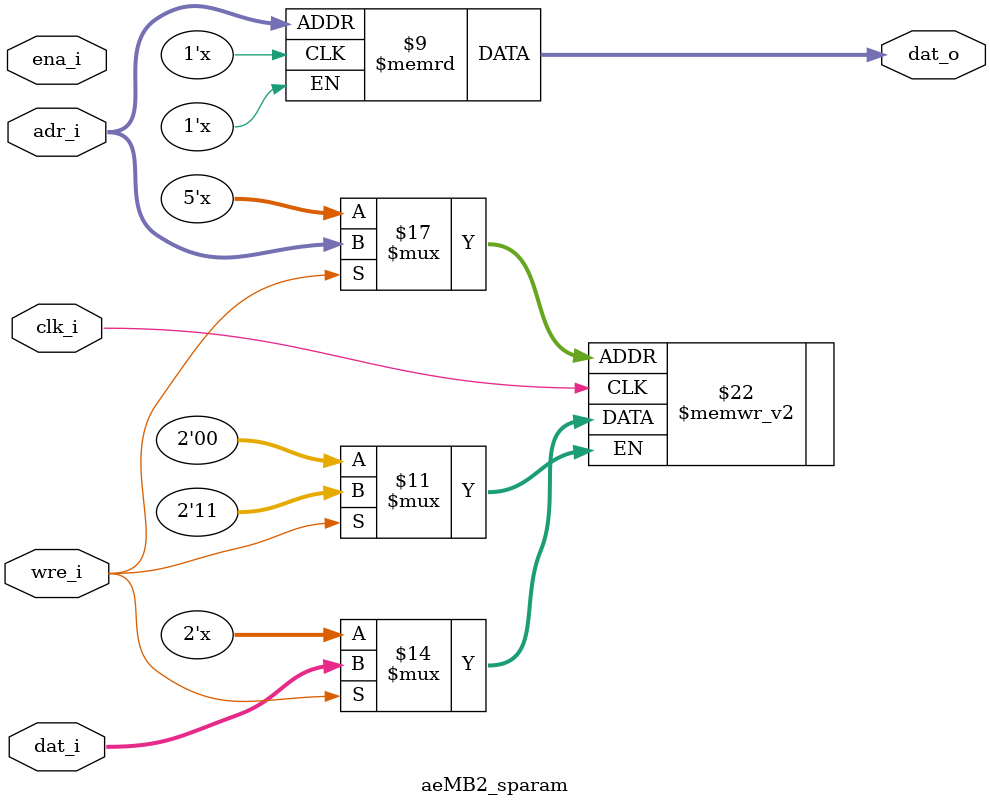
<source format=v>
/* $Id: aeMB2_sparam.v,v 1.2 2008-04-26 01:09:06 sybreon Exp $
** 
** AEMB2 EDK 6.2 COMPATIBLE CORE
** Copyright (C) 2004-2008 Shawn Tan <shawn.tan@aeste.net>
** 
** This file is part of AEMB.
**
** AEMB is free software: you can redistribute it and/or modify it
** under the terms of the GNU Lesser General Public License as
** published by the Free Software Foundation, either version 3 of the
** License, or (at your option) any later version.
**
** AEMB is distributed in the hope that it will be useful, but WITHOUT
** ANY WARRANTY; without even the implied warranty of MERCHANTABILITY
** or FITNESS FOR A PARTICULAR PURPOSE.  See the GNU Lesser General
** Public License for more details.
**
** You should have received a copy of the GNU Lesser General Public
** License along with AEMB. If not, see <http:**www.gnu.org/licenses/>.
*/
/**
 * @file aeMB2_sparam.v
 * @brief On-chip single-port asynchronous SRAM.

 * This will be implemented as distributed RAM.
  
 */
`timescale  1ns/1ps
module aeMB2_sparam (/*AUTOARG*/
   // Outputs
   dat_o,
   // Inputs
   adr_i, dat_i, wre_i, clk_i, ena_i
   ) ;
   parameter AW = 5; // 32
   parameter DW = 2; // x2

   // PORT A - READ/WRITE
   output [DW-1:0] dat_o;  
   input [AW-1:0]  adr_i;
   input [DW-1:0]  dat_i;
   input 	   wre_i;
   
   // SYSCON
   input 	   clk_i, ena_i;

   /*AUTOREG*/
   
   reg [DW-1:0]    rRAM [(1<<AW)-1:0];
   reg [AW-1:0]    rADDR;
   
   always @(posedge clk_i)
     begin
	if (wre_i) 
	  rRAM[adr_i] <= #1 dat_i;	
     end
   
   assign 	   dat_o = rRAM[adr_i];
   
   // --- SIMULATION ONLY ------------------------------------
   // synopsys translate_off
   integer i;
   initial begin
      for (i=0; i<(1<<AW); i=i+1) begin
	 rRAM[i] <= {(DW){1'b0}};	 
end
   end
   // synopsys translate_on
   
endmodule // aeMB2_sparam

/*
 $Log: not supported by cvs2svn $
 Revision 1.1  2008/04/20 16:33:39  sybreon
 Initial import.
*/
</source>
